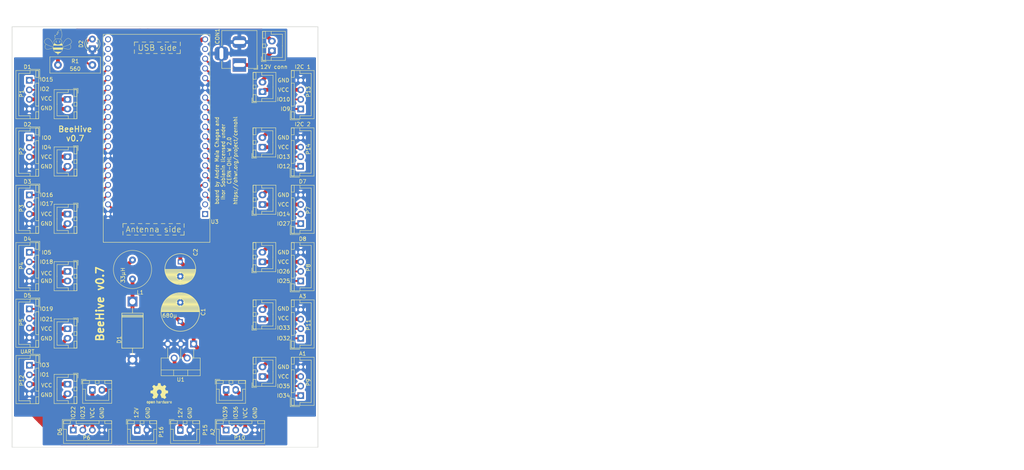
<source format=kicad_pcb>
(kicad_pcb (version 20211014) (generator pcbnew)
  (layers (0 "F.Cu" signal) (31 "B.Cu" signal) (34 "B.Paste" user) (35 "F.Paste" user) (36 "B.SilkS" user "B.Silkscreen") (37 "F.SilkS" user "F.Silkscreen") (38 "B.Mask" user) (39 "F.Mask" user) (44 "Edge.Cuts" user))
  (net 0 "")
  (net 1 "GND")
  (net 2 "Net-(C1-Pad1)")
  (net 3 "Net-(D1-Pad1)")
  (net 4 "Net-(P1-Pad3)")
  (net 5 "Net-(P2-Pad3)")
  (net 6 "D1-4")
  (net 7 "D1-3")
  (net 8 "+5V")
  (net 9 "D2-4")
  (net 10 "D2-3")
  (net 11 "D3-4")
  (net 12 "D3-3")
  (net 13 "D4-4")
  (net 14 "D4-3")
  (net 15 "D5-4")
  (net 16 "D5-3")
  (net 17 "D6-4")
  (net 18 "D6-3")
  (net 19 "D7-4")
  (net 20 "D7-3")
  (net 21 "D8-4")
  (net 22 "D8-3")
  (net 23 "A1-4")
  (net 24 "A1-3")
  (net 25 "A2-4")
  (net 26 "A2-3")
  (net 27 "A3-4")
  (net 28 "A3-3")
  (net 29 "I2C_1-4")
  (net 30 "I2C_1-3")
  (net 31 "I2C_2-4")
  (net 32 "I2C_2-3")
  (net 33 "RX")
  (net 34 "TX")
  (net 35 "Net-(D2-Pad2)")
  (net 36 "Net-(P10-Pad3)")
  (net 37 "Net-(P11-Pad3)")
  (net 44 "Net-(P18-Pad1)")
  (net 45 "Net-(P24-Pad1)")
  (net 46 "Net-(P19-Pad1)")
  (net 47 "Net-(P25-Pad1)")
  (net 48 "Net-(P26-Pad1)")
  (net 49 "Net-(P22-Pad1)")
  (net 50 "Net-(P20-Pad1)")
  (net 51 "Net-(P14-Pad3)")
  (net 52 "Net-(P13-Pad3)")
  (net 53 "Net-(P12-Pad3)")
  (net 54 "Net-(CON1-Pad1)")
  (footprint "Mounting_Holes:MountingHole_3.2mm_M3_DIN965" (layer "F.Cu") (at 51 34.5 -90)
    (fp_text reference "")
    (fp_text value "")
  )
  (footprint "Connector_JST:JST_XH_B04B-XH-A_04x2.50mm_Straight" (layer "F.Cu") (at 51.5 44.5 -90)
    (fp_text reference "P1")
    (fp_text value "D1")
  )
  (footprint "Connector_JST:JST_XH_B04B-XH-A_04x2.50mm_Straight" (layer "F.Cu") (at 51.5 59.55 -90)
    (fp_text reference "P2")
    (fp_text value "D2")
  )
  (footprint "Connector_JST:JST_XH_B04B-XH-A_04x2.50mm_Straight" (layer "F.Cu") (at 51.5 74.5 -90)
    (fp_text reference "P3")
    (fp_text value "D3")
  )
  (footprint "Connector_JST:JST_XH_B04B-XH-A_04x2.50mm_Straight" (layer "F.Cu") (at 51.5 89.5 -90)
    (fp_text reference "P4")
    (fp_text value "D4")
  )
  (footprint "Connector_JST:JST_XH_B04B-XH-A_04x2.50mm_Straight" (layer "F.Cu") (at 51.5 104.3 -90)
    (fp_text reference "P5")
    (fp_text value "D5")
  )
  (footprint "Connector_JST:JST_XH_B04B-XH-A_04x2.50mm_Straight" (layer "F.Cu") (at 63 136)
    (fp_text reference "P6")
    (fp_text value "D6")
  )
  (footprint "Connector_JST:JST_XH_B04B-XH-A_04x2.50mm_Straight" (layer "F.Cu") (at 122.5 82 90)
    (fp_text reference "P7")
    (fp_text value "D7")
  )
  (footprint "Connector_JST:JST_XH_B04B-XH-A_04x2.50mm_Straight" (layer "F.Cu") (at 122.5 97 90)
    (fp_text reference "P8")
    (fp_text value "D8")
  )
  (footprint "Connector_JST:JST_XH_B04B-XH-A_04x2.50mm_Straight" (layer "F.Cu") (at 122.5 127 90)
    (fp_text reference "P9")
    (fp_text value "A1")
  )
  (footprint "Connector_JST:JST_XH_B04B-XH-A_04x2.50mm_Straight" (layer "F.Cu") (at 103 136)
    (fp_text reference "P10")
    (fp_text value "A2")
  )
  (footprint "Connector_JST:JST_XH_B04B-XH-A_04x2.50mm_Straight" (layer "F.Cu") (at 122.5 112 90)
    (fp_text reference "P11")
    (fp_text value "A3")
  )
  (footprint "Connector_JST:JST_XH_B04B-XH-A_04x2.50mm_Straight" (layer "F.Cu") (at 122.5 52 90)
    (fp_text reference "P13")
    (fp_text value "I2C 1")
  )
  (footprint "Connector_JST:JST_XH_B04B-XH-A_04x2.50mm_Straight" (layer "F.Cu") (at 122.475 67 90)
    (fp_text reference "P14")
    (fp_text value "I2C 2")
  )
  (footprint "Connector_JST:JST_XH_B04B-XH-A_04x2.50mm_Straight" (layer "F.Cu") (at 51.525 119.05 -90)
    (fp_text reference "P12")
    (fp_text value "UART")
  )
  (footprint "Connector_BarrelJack:BarrelJack_Horizontal" (layer "F.Cu") (at 106.4575 40.5 -90)
    (fp_text reference "CON1")
    (fp_text value "BARREL_JACK")
  )
  (footprint "Inductor_THT:Neosid_Inductor_MA-Bs75" (layer "F.Cu") (at 78.5 96.5 90)
    (fp_text reference "L1")
    (fp_text value "33µH")
  )
  (footprint "Capacitor_THT:C_Radial_D10_L21_P5" (layer "F.Cu") (at 91 107.62122 90)
    (fp_text reference "C1")
    (fp_text value "680µ")
  )
  (footprint "Capacitor_THT:C_Radial_D8_L13_P3.8" (layer "F.Cu") (at 91 92 -90)
    (fp_text reference "C2")
    (fp_text value "220µ" hide)
  )
  (footprint "Diode_THT:Diode_DO-201AD_Horizontal_RM15" (layer "F.Cu") (at 78.49704 102.37878 -90)
    (fp_text reference "D1")
    (fp_text value "Schottky 5A" hide)
  )
  (footprint "Symbol:OSHW-Logo2_7.3x6mm_SilkScreen" (layer "F.Cu") (at 85.5 126.5)
    (fp_text reference " " hide)
    (fp_text value " " hide)
  )
  (footprint "Connector_JST:JST_XH_B2B-XH-A_1x02_P2.50mm_Vertical" (layer "F.Cu") (at 91 136)
    (fp_text reference "P15")
    (fp_text value "Conn_01x02")
  )
  (footprint "Connector_JST:JST_XH_B2B-XH-A_1x02_P2.50mm_Vertical" (layer "F.Cu") (at 79.75 136)
    (fp_text reference "P16")
    (fp_text value "Conn_01x02")
  )
  (footprint "logo-beehive:logo-beehive-7_2х6_7mm" (layer "F.Cu") (at 59 34.5)
    (fp_text reference "G***" hide)
    (fp_text value "LOGO" hide)
  )
  (footprint "Package_TO_SOT_THT:TO-220-5_P3.4x3.7mm_StaggerOdd_Lead3.8mm_Vertical" (layer "F.Cu") (at 94.5 113.47122 180)
    (fp_text reference "U1")
    (fp_text value "LM2596T-5")
  )
  (footprint "footprints:MODULE_ESP32-DEVKITC-32D" (layer "F.Cu") (at 97.5 79.5 180)
    (fp_text reference "U3")
    (fp_text value "ESP32-DEVKITC-32D")
  )
  (footprint "LED_THT:LED_D3.0mm" (layer "F.Cu") (at 68 36.275 90)
    (fp_text reference "D2")
    (fp_text value "LED")
  )
  (footprint "Resistor_THT:R_Box_L13.0mm_W4.0mm_P9.00mm" (layer "F.Cu") (at 68 40.5 180)
    (fp_text reference "R1")
    (fp_text value "560")
  )
  (footprint "Connector_JST:JST_XH_B2B-XH-A_1x02_P2.50mm_Vertical" (layer "F.Cu") (at 112.475 92 90)
    (fp_text reference "P26")
    (fp_text value "Conn_01x02")
  )
  (footprint "Connector_JST:JST_XH_B2B-XH-A_1x02_P2.50mm_Vertical" (layer "F.Cu") (at 61.5 64.5 -90)
    (fp_text reference "P23")
    (fp_text value "Conn_01x02")
  )
  (footprint "Connector_JST:JST_XH_B2B-XH-A_1x02_P2.50mm_Vertical" (layer "F.Cu") (at 61.5 94.5 -90)
    (fp_text reference "P24")
    (fp_text value "Conn_01x02")
  )
  (footprint "Connector_JST:JST_XH_B2B-XH-A_1x02_P2.50mm_Vertical" (layer "F.Cu") (at 112.5 77 90)
    (fp_text reference "P20")
    (fp_text value "Conn_01x02")
  )
  (footprint "Connector_JST:JST_XH_B2B-XH-A_1x02_P2.50mm_Vertical" (layer "F.Cu") (at 103 125.5)
    (fp_text reference "P27")
    (fp_text value "Conn_01x02")
  )
  (footprint "Connector_JST:JST_XH_B2B-XH-A_1x02_P2.50mm_Vertical" (layer "F.Cu") (at 112.5 122 90)
    (fp_text reference "P22")
    (fp_text value "Conn_01x02")
  )
  (footprint "Mounting_Holes:MountingHole_3.2mm_M3_DIN965" (layer "F.Cu") (at 51 136.5)
    (fp_text reference "")
    (fp_text value "")
  )
  (footprint "Mounting_Holes:MountingHole_3.2mm_M3_DIN965" (layer "F.Cu") (at 123 136.5 180)
    (fp_text reference "")
    (fp_text value "")
  )
  (footprint "Connector_JST:JST_XH_B2B-XH-A_1x02_P2.50mm_Vertical" (layer "F.Cu") (at 112.475 62 90)
    (fp_text reference "P30")
    (fp_text value "Conn_01x02")
  )
  (footprint "Connector_JST:JST_XH_B2B-XH-A_1x02_P2.50mm_Vertical" (layer "F.Cu") (at 61.5 49.5 -90)
    (fp_text reference "P17")
    (fp_text value "Conn_01x02")
  )
  (footprint "Connector_JST:JST_XH_B2B-XH-A_1x02_P2.50mm_Vertical" (layer "F.Cu") (at 112.5 47.5 90)
    (fp_text reference "P29")
    (fp_text value "Conn_01x02")
  )
  (footprint "Mounting_Holes:MountingHole_3.2mm_M3_DIN965" (layer "F.Cu") (at 123 34.5 180)
    (fp_text reference "")
    (fp_text value "")
  )
  (footprint "Connector_JST:JST_XH_B2B-XH-A_1x02_P2.50mm_Vertical" (layer "F.Cu") (at 114.975 36.75 90)
    (fp_text reference "P31")
    (fp_text value "Conn_01x02")
  )
  (footprint "" (layer "F.Cu") (at 122 80.75)
    (fp_text reference "")
    (fp_text value "")
  )
  (footprint "Connector_JST:JST_XH_B2B-XH-A_1x02_P2.50mm_Vertical" (layer "F.Cu") (at 61.5 79.5 -90)
    (fp_text reference "P18")
    (fp_text value "Conn_01x02")
  )
  (footprint "Connector_JST:JST_XH_B2B-XH-A_1x02_P2.50mm_Vertical" (layer "F.Cu") (at 68 125.5)
    (fp_text reference "P25")
    (fp_text value "Conn_01x02")
  )
  (footprint "Connector_JST:JST_XH_B2B-XH-A_1x02_P2.50mm_Vertical" (layer "F.Cu") (at 112.5 107 90)
    (fp_text reference "P28")
    (fp_text value "Conn_01x02")
  )
  (footprint "Connector_JST:JST_XH_B2B-XH-A_1x02_P2.50mm_Vertical" (layer "F.Cu") (at 61.5 124 -90)
    (fp_text reference "P21")
    (fp_text value "Conn_01x02")
  )
  (footprint "Connector_JST:JST_XH_B2B-XH-A_1x02_P2.50mm_Vertical" (layer "F.Cu") (at 61.5 109.5 -90)
    (fp_text reference "P19")
    (fp_text value "Conn_01x02")
  )
  (gr_line (start 79 82) (end 78 82) (layer "F.SilkS") (width 0.15))
  (gr_line (start 77 82) (end 76 82) (layer "F.SilkS") (width 0.15))
  (gr_line (start 81 82) (end 80 82) (layer "F.SilkS") (width 0.15))
  (gr_line (start 76 82) (end 76 83) (layer "F.SilkS") (width 0.15))
  (gr_line (start 76 84) (end 76 85) (layer "F.SilkS") (width 0.15))
  (gr_line (start 80 85) (end 79 85) (layer "F.SilkS") (width 0.15))
  (gr_line (start 78 85) (end 77 85) (layer "F.SilkS") (width 0.15))
  (gr_line (start 92 85) (end 91 85) (layer "F.SilkS") (width 0.15))
  (gr_line (start 90 85) (end 89 85) (layer "F.SilkS") (width 0.15))
  (gr_line (start 88 85) (end 87 85) (layer "F.SilkS") (width 0.15))
  (gr_line (start 86 85) (end 85 85) (layer "F.SilkS") (width 0.15))
  (gr_line (start 84 85) (end 83 85) (layer "F.SilkS") (width 0.15))
  (gr_line (start 82 85) (end 81 85) (layer "F.SilkS") (width 0.15))
  (gr_line (start 80 34.5) (end 79 34.5) (layer "F.SilkS") (width 0.15))
  (gr_line (start 79 34.5) (end 79 35.5) (layer "F.SilkS") (width 0.15))
  (gr_line (start 79 36.5) (end 79 37.5) (layer "F.SilkS") (width 0.15))
  (gr_line (start 81 37.5) (end 80 37.5) (layer "F.SilkS") (width 0.15))
  (gr_line (start 91 37.5) (end 90 37.5) (layer "F.SilkS") (width 0.15))
  (gr_line (start 89 37.5) (end 88 37.5) (layer "F.SilkS") (width 0.15))
  (gr_line (start 87 37.5) (end 86 37.5) (layer "F.SilkS") (width 0.15))
  (gr_line (start 85 37.5) (end 84 37.5) (layer "F.SilkS") (width 0.15))
  (gr_line (start 83 37.5) (end 82 37.5) (layer "F.SilkS") (width 0.15))
  (gr_line (start 91 34.5) (end 91 35.5) (layer "F.SilkS") (width 0.15))
  (gr_line (start 91 36.5) (end 91 37.5) (layer "F.SilkS") (width 0.15))
  (gr_line (start 90 34.5) (end 89 34.5) (layer "F.SilkS") (width 0.15))
  (gr_line (start 88 34.5) (end 87 34.5) (layer "F.SilkS") (width 0.15))
  (gr_line (start 86 34.5) (end 85 34.5) (layer "F.SilkS") (width 0.15))
  (gr_line (start 84 34.5) (end 83 34.5) (layer "F.SilkS") (width 0.15))
  (gr_line (start 82 34.5) (end 81 34.5) (layer "F.SilkS") (width 0.15))
  (gr_line (start 85 82) (end 84 82) (layer "F.SilkS") (width 0.15))
  (gr_line (start 92 82) (end 92 83) (layer "F.SilkS") (width 0.15))
  (gr_line (start 83 82) (end 82 82) (layer "F.SilkS") (width 0.15))
  (gr_line (start 91 82) (end 90 82) (layer "F.SilkS") (width 0.15))
  (gr_line (start 87 82) (end 86 82) (layer "F.SilkS") (width 0.15))
  (gr_line (start 92 84) (end 92 85) (layer "F.SilkS") (width 0.15))
  (gr_line (start 89 82) (end 88 82) (layer "F.SilkS") (width 0.15))
  (gr_line (start 127 140.5) (end 47 140.5) (layer "Edge.Cuts") (width 0.1))
  (gr_line (start 47 30.5) (end 47 140.5) (layer "Edge.Cuts") (width 0.15))
  (gr_line (start 47 30.5) (end 127 30.5) (layer "Edge.Cuts") (width 0.15))
  (gr_line (start 127 30.5) (end 127 140.5) (layer "Edge.Cuts") (width 0.15))
  (gr_text "VCC" (at 56 49.3) (layer "F.SilkS") (effects (font (size 1 1))))
  (gr_text "IO15" (at 56 44.3) (layer "F.SilkS") (effects (font (size 1 1))))
  (gr_text "IO2" (at 55.5 46.8) (layer "F.SilkS") (effects (font (size 1 1))))
  (gr_text "VCC" (at 56 64.55) (layer "F.SilkS") (effects (font (size 1 1))))
  (gr_text "GND" (at 56 67.05) (layer "F.SilkS") (effects (font (size 1 1))))
  (gr_text "IO4" (at 56 62.05) (layer "F.SilkS") (effects (font (size 1 1))))
  (gr_text "IO0" (at 56 59.55) (layer "F.SilkS") (effects (font (size 1 1))))
  (gr_text "IO23" (at 65.5 131.5 90) (layer "F.SilkS") (effects (font (size 1 1))))
  (gr_text "IO22" (at 63 131.5 90) (layer "F.SilkS") (effects (font (size 1 1))))
  (gr_text "IO21" (at 56 107) (layer "F.SilkS") (effects (font (size 1 1))))
  (gr_text "IO19" (at 56 104.3) (layer "F.SilkS") (effects (font (size 1 1))))
  (gr_text "IO25" (at 118 97) (layer "F.SilkS") (effects (font (size 1 1))))
  (gr_text "IO26" (at 118 94.5) (layer "F.SilkS") (effects (font (size 1 1))))
  (gr_text "IO27" (at 118 82) (layer "F.SilkS") (effects (font (size 1 1))))
  (gr_text "IO14" (at 118 79.5) (layer "F.SilkS") (effects (font (size 1 1))))
  (gr_text "IO34" (at 118 127) (layer "F.SilkS") (effects (font (size 1 1))))
  (gr_text "IO35" (at 118 124.5) (layer "F.SilkS") (effects (font (size 1 1))))
  (gr_text "GND" (at 118 119.5) (layer "F.SilkS") (effects (font (size 1 1))))
  (gr_text "VCC" (at 118 122) (layer "F.SilkS") (effects (font (size 1 1))))
  (gr_text "IO33" (at 118 109.25) (layer "F.SilkS") (effects (font (size 1 1))))
  (gr_text "IO32" (at 118 112) (layer "F.SilkS") (effects (font (size 1 1))))
  (gr_text "VCC" (at 117.975 106.75) (layer "F.SilkS") (effects (font (size 1 1))))
  (gr_text "GND" (at 118 44.5) (layer "F.SilkS") (effects (font (size 1 1))))
  (gr_text "VCC" (at 118 47) (layer "F.SilkS") (effects (font (size 1 1))))
  (gr_text "IO10" (at 118 49.5) (layer "F.SilkS") (effects (font (size 1 1))))
  (gr_text "IO9" (at 118.5 52) (layer "F.SilkS") (effects (font (size 1 1))))
  (gr_text "GND" (at 82.5 131.5 90) (layer "F.SilkS") (effects (font (size 1 1))))
  (gr_text "IO3" (at 55.5 119) (layer "F.SilkS") (effects (font (size 1 1))))
  (gr_text "12V" (at 79.5 131.5 90) (layer "F.SilkS") (effects (font (size 1 1))))
  (gr_text "IO1" (at 55.5 121.5) (layer "F.SilkS") (effects (font (size 1 1))))
  (gr_text "VCC" (at 118 77) (layer "F.SilkS") (effects (font (size 1 1))))
  (gr_text "GND" (at 118 89.5) (layer "F.SilkS") (effects (font (size 1 1))))
  (gr_text "VCC" (at 118 92) (layer "F.SilkS") (effects (font (size 1 1))))
  (gr_text "GND" (at 118 74.5) (layer "F.SilkS") (effects (font (size 1 1))))
  (gr_text "VCC" (at 56.025 124.3) (layer "F.SilkS") (effects (font (size 1 1))))
  (gr_text "GND" (at 56.025 126.8) (layer "F.SilkS") (effects (font (size 1 1))))
  (gr_text "USB side" (at 85 36) (layer "F.SilkS") (effects (font (size 1.5 1.5))))
  (gr_text "GND" (at 93.5 131.5 90) (layer "F.SilkS") (effects (font (size 1 1))))
  (gr_text "12V" (at 91 131.5 90) (layer "F.SilkS") (effects (font (size 1 1))))
  (gr_text "BeeHive\nv0.7" (at 63.5 58.5) (layer "F.SilkS") (effects (font (size 1.5 1.5) (thickness 0.25))))
  (gr_text "board by Andre Maia Chagas and\nIhor Sobianin licensed under \nCERN-OHL-W 2.0\nhttps://ohwr.org/project/cernohl" (at 103 65.5 90) (layer "F.SilkS") (effects (font (size 1 0.9))))
  (gr_text "GND" (at 117.975 104.25) (layer "F.SilkS") (effects (font (size 1 1))))
  (gr_text "12V conn" (at 115.5 41) (layer "F.SilkS") (effects (font (size 1 1))))
  (gr_text "GND" (at 118 59.5) (layer "F.SilkS") (effects (font (size 1 1))))
  (gr_text "IO12" (at 118 67) (layer "F.SilkS") (effects (font (size 1 1))))
  (gr_text "BeeHive v0.7" (at 70 103 90) (layer "F.SilkS") (effects (font (size 2 2) (thickness 0.4))))
  (gr_text "IO18" (at 55.99 92) (layer "F.SilkS") (effects (font (size 1 1))))
  (gr_text "GND" (at 56 112.05) (layer "F.SilkS") (effects (font (size 1 1))))
  (gr_text "GND" (at 56 51.8) (layer "F.SilkS") (effects (font (size 1 1))))
  (gr_text "Antenna side" (at 84 83.5) (layer "F.SilkS") (effects (font (size 1.5 1.5))))
  (gr_text "VCC" (at 56 79.5) (layer "F.SilkS") (effects (font (size 1 1))))
  (gr_text "GND" (at 110.55 131.5 90) (layer "F.SilkS") (effects (font (size 1 1))))
  (gr_text "GND" (at 56 97) (layer "F.SilkS") (effects (font (size 1 1))))
  (gr_text "GND" (at 56 82) (layer "F.SilkS") (effects (font (size 1 1))))
  (gr_text "VCC" (at 56 109.5) (layer "F.SilkS") (effects (font (size 1 1))))
  (gr_text "IO17" (at 56 76.8) (layer "F.SilkS") (effects (font (size 1 1))))
  (gr_text "IO16" (at 56 74.5) (layer "F.SilkS") (effects (font (size 1 1))))
  (gr_text "IO36" (at 105.5 131.5 90) (layer "F.SilkS") (effects (font (size 1 1))))
  (gr_text "GND" (at 70.5 131.5 90) (layer "F.SilkS") (effects (font (size 1 1))))
  (gr_text "VCC" (at 68 131.5 90) (layer "F.SilkS") (effects (font (size 1 1))))
  (gr_text "VCC" (at 118 62) (layer "F.SilkS") (effects (font (size 1 1))))
  (gr_text "IO5" (at 56 89.55) (layer "F.SilkS") (effects (font (size 1 1))))
  (gr_text "VCC" (at 56 95) (layer "F.SilkS") (effects (font (size 1 1))))
  (gr_text "IO39" (at 102.75 131.5 90) (layer "F.SilkS") (effects (font (size 1 1))))
  (gr_text "VCC" (at 108 131.5 90) (layer "F.SilkS") (effects (font (size 1 1))))
  (gr_text "IO13" (at 118 64.5) (layer "F.SilkS") (effects (font (size 1 1))))
  (segment (start 112.225 31.5) (end 82.5 31.5) (width 1) (layer "F.Cu") (net 2))
  (segment (start 92 129.5) (end 91 130.5) (width 1) (layer "F.Cu") (net 2))
  (segment (start 81.5 98.12122) (end 94.5 111.12122) (width 1) (layer "F.Cu") (net 2))
  (segment (start 95.5 126) (end 92 129.5) (width 1) (layer "F.Cu") (net 2))
  (segment (start 81.5 32.5) (end 80.5 31.5) (width 1) (layer "F.Cu") (net 2))
  (segment (start 114.975 34.25) (end 112.225 31.5) (width 1) (layer "F.Cu") (net 2))
  (segment (start 80.5 129.5) (end 79.75 130.25) (width 1) (layer "F.Cu") (net 2))
  (segment (start 95.5 114.5) (end 95.5 126) (width 1) (layer "F.Cu") (net 2))
  (segment (start 94.5 111.12122) (end 94.5 113.5) (width 1) (layer "F.Cu") (net 2))
  (segment (start 94.5 113.5) (end 95.5 114.5) (width 1) (layer "F.Cu") (net 2))
  (segment (start 81.5 32.5) (end 81.5 98.12122) (width 1) (layer "F.Cu") (net 2))
  (segment (start 90 129.5) (end 92 129.5) (width 1) (layer "F.Cu") (net 2))
  (segment (start 80.5 31.5) (end 64 31.5) (width 1) (layer "F.Cu") (net 2))
  (segment (start 79.75 130.25) (end 79.75 136) (width 1) (layer "F.Cu") (net 2))
  (segment (start 91 130.5) (end 90 129.5) (width 1) (layer "F.Cu") (net 2))
  (segment (start 80.5 31.5) (end 82.5 31.5) (width 1) (layer "F.Cu") (net 2))
  (segment (start 64 31.5) (end 59 36.5) (width 1) (layer "F.Cu") (net 2))
  (segment (start 82.5 31.5) (end 81.5 32.5) (width 1) (layer "F.Cu") (net 2))
  (segment (start 90 129.5) (end 80.5 129.5) (width 1) (layer "F.Cu") (net 2))
  (segment (start 59 36.5) (end 59 40.5) (width 1) (layer "F.Cu") (net 2))
  (segment (start 91 130.5) (end 91 136) (width 1) (layer "F.Cu") (net 2))
  (segment (start 92.55 117.05) (end 90.75 115.25) (width 1) (layer "F.Cu") (net 3))
  (segment (start 90.75 115.25) (end 86.8 115.25) (width 1) (layer "F.Cu") (net 3))
  (segment (start 86.8 115.25) (end 78.5 106.95) (width 1) (layer "F.Cu") (net 3))
  (segment (start 78.5 106.95) (end 78.5 102.38) (width 1) (layer "F.Cu") (net 3))
  (segment (start 78.5 102.38) (end 78.5 96.5) (width 1) (layer "F.Cu") (net 3))
  (segment (start 61.5 49.5) (end 51.5 49.5) (width 1) (layer "F.Cu") (net 4))
  (segment (start 61.5 64.5) (end 51.55 64.5) (width 1) (layer "F.Cu") (net 5))
  (segment (start 51.55 64.5) (end 51.5 64.55) (width 1) (layer "F.Cu") (net 5))
  (segment (start 69.04 47) (end 51.5 47) (width 0.5) (layer "F.Cu") (net 6))
  (segment (start 72.1 43.94) (end 69.04 47) (width 0.5) (layer "F.Cu") (net 6))
  (segment (start 69 44.5) (end 51.5 44.5) (width 0.5) (layer "F.Cu") (net 7))
  (segment (start 72.1 41.4) (end 69 44.5) (width 0.5) (layer "F.Cu") (net 7))
  (segment (start 126 116) (end 116 116) (width 1) (layer "F.Cu") (net 8))
  (segment (start 96.72 33.78) (end 91 39.5) (width 1) (layer "F.Cu") (net 8))
  (segment (start 75 139.5) (end 75 128.5) (width 1) (layer "F.Cu") (net 8))
  (segment (start 125 101) (end 126 102) (width 1) (layer "F.Cu") (net 8))
  (segment (start 75 124.5) (end 76 125.5) (width 1) (layer "F.Cu") (net 8))
  (segment (start 76 125.5) (end 75 125.5) (width 1) (layer "F.Cu") (net 8))
  (segment (start 75 124.5) (end 74 125.5) (width 1) (layer "F.Cu") (net 8))
  (segment (start 49 86) (end 48 85) (width 1) (layer "F.Cu") (net 8))
  (segment (start 97.5 33.78) (end 96.72 33.78) (width 1) (layer "F.Cu") (net 8))
  (segment (start 55.25 100.5) (end 49 100.5) (width 1) (layer "F.Cu") (net 8))
  (segment (start 75 126) (end 75 95) (width 1) (layer "F.Cu") (net 8))
  (segment (start 49 115) (end 48 114) (width 1) (layer "F.Cu") (net 8))
  (segment (start 115.5 137) (end 115.5 131) (width 1) (layer "F.Cu") (net 8))
  (segment (start 48 114) (end 48 117.025) (width 1) (layer "F.Cu") (net 8))
  (segment (start 125 71) (end 126 72) (width 1) (layer "F.Cu") (net 8))
  (segment (start 125 101) (end 116 101) (width 1) (layer "F.Cu") (net 8))
  (segment (start 126 115) (end 125 116) (width 1) (layer "F.Cu") (net 8))
  (segment (start 76 139.5) (end 100 139.5) (width 1) (layer "F.Cu") (net 8))
  (segment (start 89.5 117.27122) (end 89.5 122.5) (width 1) (layer "F.Cu") (net 8))
  (segment (start 116.5 130) (end 124 130) (width 1) (layer "F.Cu") (net 8))
  (segment (start 75 125.5) (end 76 125.5) (width 1) (layer "F.Cu") (net 8))
  (segment (start 55 134.5) (end 60 139.5) (width 1) (layer "F.Cu") (net 8))
  (segment (start 126 128) (end 126 117.5) (width 1) (layer "F.Cu") (net 8))
  (segment (start 125 86) (end 126 85) (width 1) (layer "F.Cu") (net 8))
  (segment (start 86.5 125.5) (end 75 125.5) (width 1) (layer "F.Cu") (net 8))
  (segment (start 61.5 52) (end 55 52) (width 1) (layer "F.Cu") (net 8))
  (segment (start 53.25 132.75) (end 55.25 132.75) (width 1) (layer "F.Cu") (net 8))
  (segment (start 55.25 132.75) (end 55.25 134.75) (width 1) (layer "F.Cu") (net 8))
  (segment (start 115.5 131) (end 116.5 130) (width 1) (layer "F.Cu") (net 8))
  (segment (start 48 69.5) (end 49 70.5) (width 1) (layer "F.Cu") (net 8))
  (segment (start 49 115) (end 48 116) (width 1) (layer "F.Cu") (net 8))
  (segment (start 48 70.5) (end 49.5 70.5) (width 1) (layer "F.Cu") (net 8))
  (segment (start 110 130) (end 114.5 130) (width 1) (layer "F.Cu") (net 8))
  (segment (start 48 117) (end 48 127.5) (width 1) (layer "F.Cu") (net 8))
  (segment (start 48 100.5) (end 48 101.5) (width 1) (layer "F.Cu") (net 8))
  (segment (start 125 56) (end 126 55) (width 1) (layer "F.Cu") (net 8))
  (segment (start 75 125.5) (end 75 124.5) (width 1) (layer "F.Cu") (net 8))
  (segment (start 96.5 139.5) (end 98 139.5) (width 1) (layer "F.Cu") (net 8))
  (segment (start 66.525 139.5) (end 74 139.5) (width 1) (layer "F.Cu") (net 8))
  (segment (start 48 70.5) (end 48 71.5) (width 1) (layer "F.Cu") (net 8))
  (segment (start 98 138.5) (end 98 139.5) (width 1) (layer "F.Cu") (net 8))
  (segment (start 48 69.5) (end 48 84.5) (width 1) (layer "F.Cu") (net 8))
  (segment (start 70.5 125.5) (end 74 125.5) (width 1) (layer "F.Cu") (net 8))
  (segment (start 48 69.5) (end 48 70.5) (width 1) (layer "F.Cu") (net 8))
  (segment (start 74 125.5) (end 75 125.5) (width 1) (layer "F.Cu") (net 8))
  (segment (start 58.75 97) (end 55.25 100.5) (width 1) (layer "F.Cu") (net 8))
  (segment (start 61.5 112) (end 58.5 115) (width 1) (layer "F.Cu") (net 8))
  (segment (start 125 86) (end 115.975 86) (width 1) (layer "F.Cu") (net 8))
  (segment (start 48 84.5) (end 48 86) (width 1) (layer "F.Cu") (net 8))
  (segment (start 115.975 86) (end 112.475 89.5) (width 1) (layer "F.Cu") (net 8))
  (segment (start 49 86) (end 48 87) (width 1) (layer "F.Cu") (net 8))
  (segment (start 91 92) (end 98 99) (width 1) (layer "F.Cu") (net 8))
  (segment (start 74 139.5) (end 75 139.5) (width 1) (layer "F.Cu") (net 8))
  (segment (start 126 102) (end 126 99.5) (width 1) (layer "F.Cu") (net 8))
  (segment (start 58 70.5) (end 61.5 67) (width 1) (layer "F.Cu") (net 8))
  (segment (start 49 100.5) (end 48 99.5) (width 1) (layer "F.Cu") (net 8))
  (segment (start 49.5 70.5) (end 58 70.5) (width 1) (layer "F.Cu") (net 8))
  (segment (start 114.5 130) (end 115.5 131) (width 1) (layer "F.Cu") (net 8))
  (segment (start 61.5 97) (end 58.75 97) (width 1) (layer "F.Cu") (net 8))
  (segment (start 125 116) (end 126 117) (width 1) (layer "F.Cu") (net 8))
  (segment (start 75 128.5) (end 75 126.5) (width 1) (layer "F.Cu") (net 8))
  (segment (start 125 101) (end 126 100) (width 1) (layer "F.Cu") (net 8))
  (segment (start 48 86) (end 48 87) (width 1) (layer "F.Cu") (net 8))
  (segment (start 126 87) (end 126 85) (width 1) (layer "F.Cu") (net 8))
  (segment (start 125 56) (end 126 57) (width 1) (layer "F.Cu") (net 8))
  (segment (start 48 113.5) (end 48 114) (width 1) (layer "F.Cu") (net 8))
  (segment (start 125 56) (end 115.975 56) (width 1) (layer "F.Cu") (net 8))
  (segment (start 115.5 131) (end 115.5 130) (width 1) (layer "F.Cu") (net 8))
  (segment (start 75 126.5) (end 76 125.5) (width 1) (layer "F.Cu") (net 8))
  (segment (start 48 114) (end 48 115.5) (width 1) (layer "F.Cu") (net 8))
  (segment (start 116 116) (end 112.5 119.5) (width 1) (layer "F.Cu") (net 8))
  (segment (start 75 95) (end 78.5 91.5) (width 1) (layer "F.Cu") (net 8))
  (segment (start 116 101) (end 112.5 104.5) (width 1) (layer "F.Cu") (net 8))
  (segment (start 48 86) (end 49 86) (width 1) (layer "F.Cu") (net 8))
  (segment (start 125 86) (end 126 87) (width 1) (layer "F.Cu") (net 8))
  (segment (start 125 41) (end 116 41) (width 1) (layer "F.Cu") (net 8))
  (segment (start 112.5 44.5) (end 112.5 45) (width 1) (layer "F.Cu") (net 8))
  (segment (start 126 83.5) (end 126 42) (width 1) (layer "F.Cu") (net 8))
  (segment (start 48 87) (end 48 93.0125) (width 1) (layer "F.Cu") (net 8))
  (segment (start 55 52) (end 48 59) (width 1) (layer "F.Cu") (net 8))
  (segment (start 75 138.5) (end 74 139.5) (width 1) (layer "F.Cu") (net 8))
  (segment (start 116 41) (end 112.5 44.5) (width 1) (layer "F.Cu") (net 8))
  (segment (start 75 126.5) (end 75 125.5) (width 1) (layer "F.Cu") (net 8))
  (segment (start 99 139.5) (end 99.5 139.5) (width 1) (layer "F.Cu") (net 8))
  (segment (start 89.4 117.17122) (end 89.5 117.27122) (width 1) (layer "F.Cu") (net 8))
  (segment (start 126 101) (end 125 101) (width 1) (layer "F.Cu") (net 8))
  (segment (start 49 70.5) (end 48 71.5) (width 1) (layer "F.Cu") (net 8))
  (segment (start 48 85) (end 48 84.5) (width 1) (layer "F.Cu") (net 8))
  (segment (start 49 115) (end 48 115) (width 1) (layer "F.Cu") (net 8))
  (segment (start 48 59) (end 48 69.5) (width 1) (layer "F.Cu") (net 8))
  (segment (start 125 71) (end 126 70) (width 1) (layer "F.Cu") (net 8))
  (segment (start 53.25 132.75) (end 55.25 134.75) (width 1) (layer "F.Cu") (net 8))
  (segment (start 98 138.5) (end 99 139.5) (width 1) (layer "F.Cu") (net 8))
  (segment (start 75 139.5) (end 75 138.5) (width 1) (layer "F.Cu") (net 8))
  (segment (start 126 115.5) (end 126 99.5) (width 1) (layer "F.Cu") (net 8))
  (segment (start 115.975 71) (end 112.475 74.5) (width 1) (layer "F.Cu") (net 8))
  (segment (start 113 139.5) (end 115.5 137) (width 1) (layer "F.Cu") (net 8))
  (segment (start 48 113) (end 48 114) (width 1) (layer "F.Cu") (net 8))
  (segment (start 49 100.5) (end 48 101.5) (width 1) (layer "F.Cu") (net 8))
  (segment (start 126 57) (end 126 55) (width 1) (layer "F.Cu") (net 8))
  (segment (start 89.5 122.5) (end 86.5 125.5) (width 1) (layer "F.Cu") (net 8))
  (segment (start 74 125.5) (end 75 126.5) (width 1) (layer "F.Cu") (net 8))
  (segment (start 126 72) (end 126 70) (width 1) (layer "F.Cu") (net 8))
  (segment (start 75 138.5) (end 76 139.5) (width 1) (layer "F.Cu") (net 8))
  (segment (start 48 127.5) (end 55.25 134.75) (width 1) (layer "F.Cu") (net 8))
  (segment (start 114.5 130) (end 116.5 130) (width 1) (layer "F.Cu") (net 8))
  (segment (start 126 42) (end 125 41) (width 1) (layer "F.Cu") (net 8))
  (segment (start 126 117) (end 126 115) (width 1) (layer "F.Cu") (net 8))
  (segment (start 49 86) (end 57.5 86) (width 1) (layer "F.Cu") (net 8))
  (segment (start 49 100.5) (end 48 100.5) (width 1) (layer "F.Cu") (net 8))
  (segment (start 125 71) (end 115.975 71) (width 1) (layer "F.Cu") (net 8))
  (segment (start 98 99) (end 98 139) (width 1) (layer "F.Cu") (net 8))
  (segment (start 60 139.5) (end 66.5 139.5) (width 1) (layer "F.Cu") (net 8))
  (segment (start 97.5 139) (end 98 139.5) (width 1) (layer "F.Cu") (net 8))
  (segment (start 97 139.5) (end 96.5 139.5) (width 1) (layer "F.Cu") (net 8))
  (segment (start 58.5 115) (end 49 115) (width 1) (layer "F.Cu") (net 8))
  (segment (start 98 139.5) (end 99.5 139.5) (width 1) (layer "F.Cu") (net 8))
  (segment (start 49 70.5) (end 49.5 70.5) (width 1) (layer "F.Cu") (net 8))
  (segment (start 126 99.5) (end 126 84) (width 1) (layer "F.Cu") (net 8))
  (segment (start 98 138.5) (end 97 139.5) (width 1) (layer "F.Cu") (net 8))
  (segment (start 48 99.5) (end 48 100.5) (width 1) (layer "F.Cu") (net 8))
  (segment (start 57.5 86) (end 61.5 82) (width 1) (layer "F.Cu") (net 8))
  (segment (start 54.5 133.5) (end 55.25 132.75) (width 1) (layer "F.Cu") (net 8))
  (segment (start 100 139.5) (end 113 139.5) (width 1) (layer "F.Cu") (net 8))
  (segment (start 91 39.5) (end 91 92) (width 1) (layer "F.Cu") (net 8))
  (segment (start 48 99) (end 48 113) (width 1) (layer "F.Cu") (net 8))
  (segment (start 105.5 125.5) (end 110 130) (width 1) (layer "F.Cu") (net 8))
  (segment (start 124 130) (end 126 128) (width 1) (layer "F.Cu") (net 8))
  (segment (start 75 139.5) (end 76 139.5) (width 1) (layer "F.Cu") (net 8))
  (segment (start 115.975 56) (end 112.475 59.5) (width 1) (layer "F.Cu") (net 8))
  (segment (start 48 93.0125) (end 48 99.5) (width 1) (layer "F.Cu") (net 8))
  (segment (start 54.2375 133.7625) (end 61.5 126.5) (width 1) (layer "F.Cu") (net 8))
  (segment (start 59.07 62.05) (end 51.5 62.05) (width 0.5) (layer "F.Cu") (net 9))
  (segment (start 72.1 49.02) (end 59.07 62.05) (width 0.5) (layer "F.Cu") (net 9))
  (segment (start 59.03 59.55) (end 51.5 59.55) (width 0.5) (layer "F.Cu") (net 10))
  (segment (start 72.1 46.48) (end 59.03 59.55) (width 0.5) (layer "F.Cu") (net 10))
  (segment (start 71.9 54.1) (end 67.5 58.5) (width 0.5) (layer "F.Cu") (net 11))
  (segment (start 55.255025 77) (end 51.5 77) (width 0.5) (layer "F.Cu") (net 11))
  (segment (start 67.5 58.5) (end 67.5 64.755025) (width 0.5) (layer "F.Cu") (net 11))
  (segment (start 72.1 54.1) (end 71.9 54.1) (width 0.5) (layer "F.Cu") (net 11))
  (segment (start 67.5 64.755025) (end 55.255025 77) (width 0.5) (layer "F.Cu") (net 11))
  (segment (start 72.1 51.56) (end 71.94 51.56) (width 0.5) (layer "F.Cu") (net 12))
  (segment (start 56.25 74.5) (end 51.5 74.5) (width 0.5) (layer "F.Cu") (net 12))
  (segment (start 66.5 64.25) (end 56.25 74.5) (width 0.5) (layer "F.Cu") (net 12))
  (segment (start 66.5 57) (end 66.5 64.25) (width 0.5) (layer "F.Cu") (net 12))
  (segment (start 71.94 51.56) (end 66.5 57) (width 0.5) (layer "F.Cu") (net 12))
  (segment (start 65 70.5) (end 65 88) (width 0.5) (layer "F.Cu") (net 13))
  (segment (start 61 92) (end 51.5 92) (width 0.5) (layer "F.Cu") (net 13))
  (segment (start 65 88) (end 61 92) (width 0.5) (layer "F.Cu") (net 13))
  (segment (start 69.5 66) (end 65 70.5) (width 0.5) (layer "F.Cu") (net 13))
  (segment (start 72.1 59.18) (end 69.5 61.78) (width 0.5) (layer "F.Cu") (net 13))
  (segment (start 69.5 61.78) (end 69.5 66) (width 0.5) (layer "F.Cu") (net 13))
  (segment (start 64 86) (end 60.5 89.5) (width 0.5) (layer "F.Cu") (net 14))
  (segment (start 68.5 60.24) (end 68.5 65.5) (width 0.5) (layer "F.Cu") (net 14))
  (segment (start 68.5 65.5) (end 64 70) (width 0.5) (layer "F.Cu") (net 14))
  (segment (start 60.5 89.5) (end 51.5 89.5) (width 0.5) (layer "F.Cu") (net 14))
  (segment (start 64 70) (end 64 86) (width 0.5) (layer "F.Cu") (net 14))
  (segment (start 72.1 56.64) (end 68.5 60.24) (width 0.5) (layer "F.Cu") (net 14))
  (segment (start 67 104) (end 64.2 106.8) (width 0.5) (layer "F.Cu") (net 15))
  (segment (start 72.1 66.9) (end 67 72) (width 0.5) (layer "F.Cu") (net 15))
  (segment (start 67 72) (end 67 104) (width 0.5) (layer "F.Cu") (net 15))
  (segment (start 64.2 106.8) (end 51.5 106.8) (width 0.5) (layer "F.Cu") (net 15))
  (segment (start 72.1 66.8) (end 72.1 66.9) (width 0.5) (layer "F.Cu") (net 15))
  (segment (start 66 71.5) (end 70.5 67) (width 0.5) (layer "F.Cu") (net 16))
  (segment (start 64.2 104.3) (end 66 102.5) (width 0.5) (layer "F.Cu") (net 16))
  (segment (start 70.5 67) (end 70.5 63.32) (width 0.5) (layer "F.Cu") (net 16))
  (segment (start 51.5 104.3) (end 64.2 104.3) (width 0.5) (layer "F.Cu") (net 16))
  (segment (start 70.5 63.32) (end 72.1 61.72) (width 0.5) (layer "F.Cu") (net 16))
  (segment (start 66 102.5) (end 66 71.5) (width 0.5) (layer "F.Cu") (net 16))
  (segment (start 74 80.5) (end 71 83.5) (width 0.5) (layer "F.Cu") (net 17))
  (segment (start 66 121.5) (end 66 135.5) (width 0.5) (layer "F.Cu") (net 17))
  (segment (start 71 116.5) (end 66 121.5) (width 0.5) (layer "F.Cu") (net 17))
  (segment (start 66 135.5) (end 65.5 136) (width 0.5) (layer "F.Cu") (net 17))
  (segment (start 71 83.5) (end 71 116.5) (width 0.5) (layer "F.Cu") (net 17))
  (segment (start 72.1 76.96) (end 74 78.86) (width 0.5) (layer "F.Cu") (net 17))
  (segment (start 74 78.86) (end 74 80.5) (width 0.5) (layer "F.Cu") (net 17))
  (segment (start 72.1 74.42) (end 70 76.52) (width 0.5) (layer "F.Cu") (net 18))
  (segment (start 70 76.52) (end 70 115.5) (width 0.5) (layer "F.Cu") (net 18))
  (segment (start 64.5 129.5) (end 63 131) (width 0.5) (layer "F.Cu") (net 18))
  (segment (start 64.5 121) (end 64.5 129.5) (width 0.5) (layer "F.Cu") (net 18))
  (segment (start 63 131) (end 63 136) (width 0.5) (layer "F.Cu") (net 18))
  (segment (start 70 115.5) (end 64.5 121) (width 0.5) (layer "F.Cu") (net 18))
  (segment (start 109 79.5) (end 122.5 79.5) (width 0.5) (layer "F.Cu") (net 19))
  (segment (start 107.5 61.56) (end 107.5 78) (width 0.5) (layer "F.Cu") (net 19))
  (segment (start 97.5 51.56) (end 107.5 61.56) (width 0.5) (layer "F.Cu") (net 19))
  (segment (start 107.5 78) (end 109 79.5) (width 0.5) (layer "F.Cu") (net 19))
  (segment (start 106.5 63.1) (end 106.5 80) (width 0.5) (layer "F.Cu") (net 20))
  (segment (start 106.5 80) (end 108.5 82) (width 0.5) (layer "F.Cu") (net 20))
  (segment (start 108.5 82) (end 122.5 82) (width 0.5) (layer "F.Cu") (net 20))
  (segment (start 97.5 54.1) (end 106.5 63.1) (width 0.5) (layer "F.Cu") (net 20))
  (segment (start 104.5 89) (end 112.5 97) (width 0.5) (layer "F.Cu") (net 21))
  (segment (start 104.5 66.18) (end 104.5 89) (width 0.5) (layer "F.Cu") (net 21))
  (segment (start 112.5 97) (end 122.5 97) (width 0.5) (layer "F.Cu") (net 21))
  (segment (start 97.5 59.18) (end 104.5 66.18) (width 0.5) (layer "F.Cu") (net 21))
  (segment (start 105.5 64.64) (end 97.5 56.64) (width 0.5) (layer "F.Cu") (net 22))
  (segment (start 122.5 94.5) (end 111.75 94.5) (width 0.5) (layer "F.Cu") (net 22))
  (segment (start 105.5 88.25) (end 105.5 64.64) (width 0.5) (layer "F.Cu") (net 22))
  (segment (start 111.75 94.5) (end 105.5 88.25) (width 0.5) (layer "F.Cu") (net 22))
  (segment (start 105 95.5) (end 105 120) (width 0.5) (layer "F.Cu") (net 23))
  (segment (start 112 127) (end 122.5 127) (width 0.5) (layer "F.Cu") (net 23))
  (segment (start 97.5 69.34) (end 100.5 72.34) (width 0.5) (layer "F.Cu") (net 23))
  (segment (start 100.5 91) (end 105 95.5) (width 0.5) (layer "F.Cu") (net 23))
  (segment (start 105 120) (end 112 127) (width 0.5) (layer "F.Cu") (net 23))
  (segment (start 100.5 72.34) (end 100.5 91) (width 0.5) (layer "F.Cu") (net 23))
  (segment (start 111.317525 124.5) (end 122.5 124.5) (width 0.5) (layer "F.Cu") (net 24))
  (segment (start 101.5 90.5) (end 106 95) (width 0.5) (layer "F.Cu") (net 24))
  (segment (start 106 95) (end 106 119.182475) (width 0.5) (layer "F.Cu") (net 24))
  (segment (start 101.5 70.8) (end 101.5 90.5) (width 0.5) (layer "F.Cu") (net 24))
  (segment (start 106 119.182475) (end 111.317525 124.5) (width 0.5) (layer "F.Cu") (net 24))
  (segment (start 97.5 66.8) (end 101.5 70.8) (width 0.5) (layer "F.Cu") (net 24))
  (segment (start 101 130) (end 105.5 134.5) (width 0.5) (layer "F.Cu") (net 25))
  (segment (start 101 93.005025) (end 101 130) (width 0.5) (layer "F.Cu") (net 25))
  (segment (start 99.5 91.505025) (end 101 93.005025) (width 0.5) (layer "F.Cu") (net 25))
  (segment (start 99.5 76.5) (end 99.5 91.505025) (width 0.5) (layer "F.Cu") (net 25))
  (segment (start 97.5 74.5) (end 99.5 76.5) (width 0.5) (layer "F.Cu") (net 25))
  (segment (start 105.5 134.5) (end 105.5 136) (width 0.5) (layer "F.Cu") (net 25))
  (segment (start 97.5 74.42) (end 97.5 74.5) (width 0.5) (layer "F.Cu") (net 25))
  (segment (start 95.5 89) (end 95.5 73) (width 0.5) (layer "F.Cu") (net 26))
  (segment (start 96.62 71.88) (end 97.5 71.88) (width 0.5) (layer "F.Cu") (net 26))
  (segment (start 95.5 73) (end 96.62 71.88) (width 0.5) (layer "F.Cu") (net 26))
  (segment (start 103 136) (end 100 133) (width 0.5) (layer "F.Cu") (net 26))
  (segment (start 100 93.5) (end 95.5 89) (width 0.5) (layer "F.Cu") (net 26))
  (segment (start 100 133) (end 100 93.5) (width 0.5) (layer "F.Cu") (net 26))
  (segment (start 103.5 89.507538) (end 103.5 67.72) (width 0.5) (layer "F.Cu") (net 27))
  (segment (start 108.5 109.5) (end 108 109) (width 0.5) (layer "F.Cu") (net 27))
  (segment (start 122.225 109.5) (end 108.5 109.5) (width 0.5) (layer "F.Cu") (net 27))
  (segment (start 108 109) (end 108 94.007538) (width 0.5) (layer "F.Cu") (net 27))
  (segment (start 108 94.007538) (end 103.5 89.507538) (width 0.5) (layer "F.Cu") (net 27))
  (segment (start 103.5 67.72) (end 97.5 61.72) (width 0.5) (layer "F.Cu") (net 27))
  (segment (start 107 110.5) (end 108.5 112) (width 0.5) (layer "F.Cu") (net 28))
  (segment (start 102.5 69.26) (end 102.5 90.005025) (width 0.5) (layer "F.Cu") (net 28))
  (segment (start 97.5 64.26) (end 102.5 69.26) (width 0.5) (layer "F.Cu") (net 28))
  (segment (start 107 94.505025) (end 107 110.5) (width 0.5) (layer "F.Cu") (net 28))
  (segment (start 108.5 112) (end 122.5 112) (width 0.5) (layer "F.Cu") (net 28))
  (segment (start 102.5 90.005025) (end 107 94.505025) (width 0.5) (layer "F.Cu") (net 28))
  (segment (start 101.5 43) (end 101.5 46) (width 0.5) (layer "F.Cu") (net 29))
  (segment (start 101.5 46) (end 105 49.5) (width 0.5) (layer "F.Cu") (net 29))
  (segment (start 105 49.5) (end 122.5 49.5) (width 0.5) (layer "F.Cu") (net 29))
  (segment (start 97.5 38.86) (end 97.5 39) (width 0.5) (layer "F.Cu") (net 29))
  (segment (start 97.5 39) (end 101.5 43) (width 0.5) (layer "F.Cu") (net 29))
  (segment (start 106 52) (end 122.5 52) (width 0.5) (layer "F.Cu") (net 30))
  (segment (start 100.5 46.5) (end 106 52) (width 0.5) (layer "F.Cu") (net 30))
  (segment (start 97.5 41.4) (end 100.5 44.4) (width 0.5) (layer "F.Cu") (net 30))
  (segment (start 100.5 44.4) (end 100.5 46.5) (width 0.5) (layer "F.Cu") (net 30))
  (segment (start 122.475 64.5) (end 110.5 64.5) (width 0.5) (layer "F.Cu") (net 31))
  (segment (start 99.5 45.94) (end 97.5 43.94) (width 0.5) (layer "F.Cu") (net 31))
  (segment (start 109.5 59.1875) (end 99.5 49.1875) (width 0.5) (layer "F.Cu") (net 31))
  (segment (start 110.5 64.5) (end 109.5 63.5) (width 0.5) (layer "F.Cu") (net 31))
  (segment (start 109.5 63.5) (end 109.5 59.1875) (width 0.5) (layer "F.Cu") (net 31))
  (segment (start 99.5 49.1875) (end 99.5 45.94) (width 0.5) (layer "F.Cu") (net 31))
  (segment (start 122.475 67) (end 110 67) (width 0.5) (layer "F.Cu") (net 32))
  (segment (start 110 67) (end 108.5 65.5) (width 0.5) (layer "F.Cu") (net 32))
  (segment (start 108.5 65.5) (end 108.5 60.02) (width 0.5) (layer "F.Cu") (net 32))
  (segment (start 108.5 60.02) (end 97.5 49.02) (width 0.5) (layer "F.Cu") (net 32))
  (segment (start 61.5 119) (end 51.575 119) (width 0.5) (layer "F.Cu") (net 33))
  (segment (start 68 73.44) (end 68 112.5) (width 0.5) (layer "F.Cu") (net 33))
  (segment (start 68 112.5) (end 61.5 119) (width 0.5) (layer "F.Cu") (net 33))
  (segment (start 72.1 69.34) (end 68 73.44) (width 0.5) (layer "F.Cu") (net 33))
  (segment (start 51.575 119) (end 51.525 119.05) (width 0.5) (layer "F.Cu") (net 33))
  (segment (start 72.1 71.88) (end 69 74.98) (width 0.5) (layer "F.Cu") (net 34))
  (segment (start 69 74.98) (end 69 114) (width 0.5) (layer "F.Cu") (net 34))
  (segment (start 61.45 121.55) (end 51.525 121.55) (width 0.5) (layer "F.Cu") (net 34))
  (segment (start 69 114) (end 61.45 121.55) (width 0.5) (layer "F.Cu") (net 34))
  (segment (start 67.25 40.5) (end 66 39.25) (width 0.5) (layer "F.Cu") (net 35))
  (segment (start 66 35) (end 67.265 33.735) (width 0.5) (layer "F.Cu") (net 35))
  (segment (start 66 39.25) (end 66 35) (width 0.5) (layer "F.Cu") (net 35))
  (segment (start 68 40.5) (end 67.25 40.5) (width 0.5) (layer "F.Cu") (net 35))
  (segment (start 67.265 33.735) (end 68 33.735) (width 0.5) (layer "F.Cu") (net 35))
  (segment (start 108 132) (end 108 136) (width 1) (layer "F.Cu") (net 36))
  (segment (start 103 125.5) (end 103 127) (width 1) (layer "F.Cu") (net 36))
  (segment (start 103 127) (end 108 132) (width 1) (layer "F.Cu") (net 36))
  (segment (start 112.5 107) (end 122.225 107) (width 1) (layer "F.Cu") (net 37))
  (segment (start 61.5 79.5) (end 51.5 79.5) (width 1) (layer "F.Cu") (net 44))
  (segment (start 61.5 94.5) (end 61.25 94.75) (width 1) (layer "F.Cu") (net 45))
  (segment (start 61.25 94.75) (end 51.75 94.75) (width 1) (layer "F.Cu") (net 45))
  (segment (start 51.75 94.75) (end 51.5 94.5) (width 1) (layer "F.Cu") (net 45))
  (segment (start 61.5 109.5) (end 51.7 109.5) (width 1) (layer "F.Cu") (net 46))
  (segment (start 51.7 109.5) (end 51.5 109.3) (width 1) (layer "F.Cu") (net 46))
  (segment (start 68 136) (end 68 125.475) (width 1) (layer "F.Cu") (net 47))
  (segment (start 112.475 92) (end 122.5 92) (width 1) (layer "F.Cu") (net 48))
  (segment (start 112.5 122) (end 122.5 122) (width 1) (layer "F.Cu") (net 49))
  (segment (start 112.4875 77) (end 122.5125 77) (width 1) (layer "F.Cu") (net 50))
  (segment (start 112.475 62) (end 122.475 62) (width 1) (layer "F.Cu") (net 51))
  (segment (start 112.5 47.5) (end 113 47) (width 1) (layer "F.Cu") (net 52))
  (segment (start 113 47) (end 122.5 47) (width 1) (layer "F.Cu") (net 52))
  (segment (start 51.5 124) (end 61.5 124) (width 1) (layer "F.Cu") (net 53))
  (segment (start 111.5 40.5) (end 106.4575 40.5) (width 1) (layer "F.Cu") (net 54))
  (segment (start 114.975 36.75) (end 114.975 37.025) (width 1) (layer "F.Cu") (net 54))
  (segment (start 114.975 37.025) (end 111.5 40.5) (width 1) (layer "F.Cu") (net 54))
  (zone (net 1) (net_name "GND") (layer "B.Cu") (connect_pads (clearance 0.5)) (min_thickness 0.5) (fill yes (thermal_gap 0.5) (thermal_bridge_width 1))
    (polygon (pts (xy 55 31) (xy 119 31) (xy 119 38.5) (xy 126.5 38.5) (xy 126.5 132.5) (xy 119 132.5) (xy 119 140) (xy 55 140) (xy 55 132.5) (xy 47.5 132.5) (xy 47.5 38.5) (xy 55 38.5)))
  )
)
</source>
